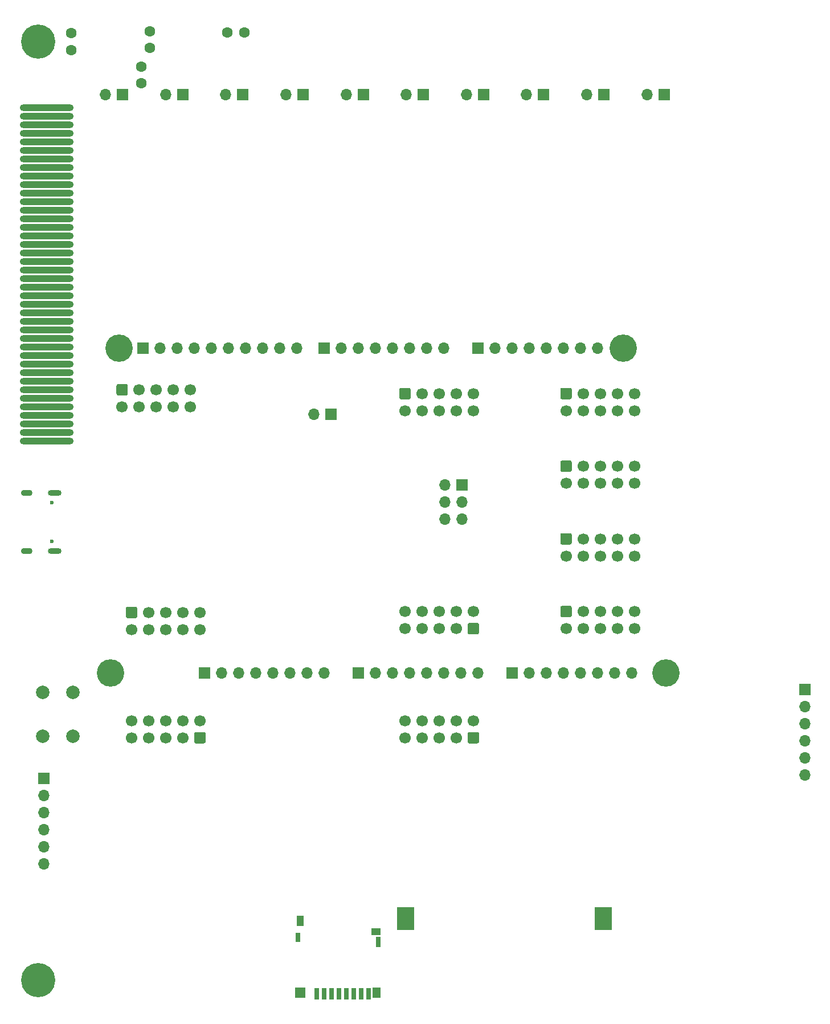
<source format=gbr>
%TF.GenerationSoftware,KiCad,Pcbnew,(5.1.9)-1*%
%TF.CreationDate,2021-07-02T17:33:52-07:00*%
%TF.ProjectId,MAD_P2,4d41445f-5032-42e6-9b69-6361645f7063,rev?*%
%TF.SameCoordinates,Original*%
%TF.FileFunction,Soldermask,Bot*%
%TF.FilePolarity,Negative*%
%FSLAX46Y46*%
G04 Gerber Fmt 4.6, Leading zero omitted, Abs format (unit mm)*
G04 Created by KiCad (PCBNEW (5.1.9)-1) date 2021-07-02 17:33:52*
%MOMM*%
%LPD*%
G01*
G04 APERTURE LIST*
%ADD10C,5.080000*%
%ADD11C,1.600000*%
%ADD12C,1.700000*%
%ADD13R,2.540000X3.510000*%
%ADD14O,8.000000X1.000000*%
%ADD15R,1.700000X1.700000*%
%ADD16O,1.700000X1.700000*%
%ADD17C,4.064000*%
%ADD18O,2.000000X0.900000*%
%ADD19O,1.700000X0.900000*%
%ADD20C,0.600000*%
%ADD21C,2.000000*%
%ADD22R,0.700000X1.750000*%
%ADD23R,1.300000X1.500000*%
%ADD24R,0.800000X1.500000*%
%ADD25R,1.450000X1.000000*%
%ADD26R,0.800000X1.400000*%
%ADD27R,1.500000X1.500000*%
%ADD28R,1.000000X1.550000*%
G04 APERTURE END LIST*
D10*
%TO.C,DISP_HOLE_3*%
X395605000Y-157915000D03*
%TD*%
%TO.C,DISP_HOLE_1*%
X395605000Y-18415000D03*
%TD*%
D11*
%TO.C,F5*%
X423776000Y-17081500D03*
X426276000Y-17081500D03*
%TD*%
D12*
%TO.C,J11*%
X460312000Y-73279000D03*
X457772000Y-73279000D03*
X455232000Y-73279000D03*
X452692000Y-73279000D03*
X450152000Y-73279000D03*
X460312000Y-70739000D03*
X457772000Y-70739000D03*
X455232000Y-70739000D03*
X452692000Y-70739000D03*
G36*
G01*
X449552000Y-69889000D02*
X450752000Y-69889000D01*
G75*
G02*
X451002000Y-70139000I0J-250000D01*
G01*
X451002000Y-71339000D01*
G75*
G02*
X450752000Y-71589000I-250000J0D01*
G01*
X449552000Y-71589000D01*
G75*
G02*
X449302000Y-71339000I0J250000D01*
G01*
X449302000Y-70139000D01*
G75*
G02*
X449552000Y-69889000I250000J0D01*
G01*
G37*
%TD*%
D13*
%TO.C,BT1*%
X479627000Y-148717000D03*
X450267000Y-148717000D03*
%TD*%
D14*
%TO.C,J6*%
X396900000Y-28295600D03*
X396900000Y-29565600D03*
X396900000Y-30835600D03*
X396900000Y-32105600D03*
X396900000Y-33375600D03*
X396900000Y-34645600D03*
X396900000Y-35915600D03*
X396900000Y-37185600D03*
X396900000Y-38455600D03*
X396900000Y-39725600D03*
X396900000Y-40995600D03*
X396900000Y-42265600D03*
X396900000Y-43535600D03*
X396900000Y-44805600D03*
X396900000Y-46075600D03*
X396900000Y-47345600D03*
X396900000Y-48615600D03*
X396900000Y-49885600D03*
X396900000Y-51155600D03*
X396900000Y-52425600D03*
X396900000Y-53695600D03*
X396900000Y-54965600D03*
X396900000Y-56235600D03*
X396900000Y-57505600D03*
X396900000Y-58775600D03*
X396900000Y-60045600D03*
X396900000Y-61315600D03*
X396900000Y-62585600D03*
X396900000Y-63855600D03*
X396900000Y-65125600D03*
X396900000Y-66395600D03*
X396900000Y-67665600D03*
X396900000Y-68935600D03*
X396900000Y-70205600D03*
X396900000Y-71475600D03*
X396900000Y-72745600D03*
X396900000Y-74015600D03*
X396900000Y-75285600D03*
X396900000Y-76555600D03*
X396900000Y-77825600D03*
%TD*%
D15*
%TO.C,J4*%
X408177800Y-26289000D03*
D16*
X405637800Y-26289000D03*
%TD*%
D15*
%TO.C,J27*%
X417118800Y-26289000D03*
D16*
X414578800Y-26289000D03*
%TD*%
D15*
%TO.C,J17*%
X426059800Y-26289000D03*
D16*
X423519800Y-26289000D03*
%TD*%
D15*
%TO.C,J1*%
X435000800Y-26289000D03*
D16*
X432460800Y-26289000D03*
%TD*%
D15*
%TO.C,J28*%
X443940800Y-26289000D03*
D16*
X441400800Y-26289000D03*
%TD*%
D15*
%TO.C,J2*%
X452881800Y-26289000D03*
D16*
X450341800Y-26289000D03*
%TD*%
D15*
%TO.C,J29*%
X461822800Y-26289000D03*
D16*
X459282800Y-26289000D03*
%TD*%
D15*
%TO.C,J3*%
X470763800Y-26289000D03*
D16*
X468223800Y-26289000D03*
%TD*%
D15*
%TO.C,J30*%
X479704800Y-26289000D03*
D16*
X477164800Y-26289000D03*
%TD*%
D15*
%TO.C,J12*%
X488644800Y-26289000D03*
D16*
X486104800Y-26289000D03*
%TD*%
D17*
%TO.C,P10*%
X488950000Y-112268000D03*
%TD*%
%TO.C,P8*%
X406400000Y-112268000D03*
%TD*%
%TO.C,P13*%
X482600000Y-64008000D03*
%TD*%
%TO.C,P11*%
X407670000Y-64008000D03*
%TD*%
%TO.C,J7*%
G36*
G01*
X408912000Y-102414000D02*
X410112000Y-102414000D01*
G75*
G02*
X410362000Y-102664000I0J-250000D01*
G01*
X410362000Y-103864000D01*
G75*
G02*
X410112000Y-104114000I-250000J0D01*
G01*
X408912000Y-104114000D01*
G75*
G02*
X408662000Y-103864000I0J250000D01*
G01*
X408662000Y-102664000D01*
G75*
G02*
X408912000Y-102414000I250000J0D01*
G01*
G37*
D12*
X412052000Y-103264000D03*
X414592000Y-103264000D03*
X417132000Y-103264000D03*
X419672000Y-103264000D03*
X409512000Y-105804000D03*
X412052000Y-105804000D03*
X414592000Y-105804000D03*
X417132000Y-105804000D03*
X419672000Y-105804000D03*
%TD*%
D18*
%TO.C,J8*%
X398119000Y-85514700D03*
X398119000Y-94154700D03*
D19*
X393949000Y-85514700D03*
X393949000Y-94154700D03*
D20*
X397639000Y-92724700D03*
X397639000Y-86944700D03*
%TD*%
%TO.C,J9*%
G36*
G01*
X460912000Y-106514000D02*
X459712000Y-106514000D01*
G75*
G02*
X459462000Y-106264000I0J250000D01*
G01*
X459462000Y-105064000D01*
G75*
G02*
X459712000Y-104814000I250000J0D01*
G01*
X460912000Y-104814000D01*
G75*
G02*
X461162000Y-105064000I0J-250000D01*
G01*
X461162000Y-106264000D01*
G75*
G02*
X460912000Y-106514000I-250000J0D01*
G01*
G37*
D12*
X457772000Y-105664000D03*
X455232000Y-105664000D03*
X452692000Y-105664000D03*
X450152000Y-105664000D03*
X460312000Y-103124000D03*
X457772000Y-103124000D03*
X455232000Y-103124000D03*
X452692000Y-103124000D03*
X450152000Y-103124000D03*
%TD*%
%TO.C,J10*%
X418274000Y-72707500D03*
X415734000Y-72707500D03*
X413194000Y-72707500D03*
X410654000Y-72707500D03*
X408114000Y-72707500D03*
X418274000Y-70167500D03*
X415734000Y-70167500D03*
X413194000Y-70167500D03*
X410654000Y-70167500D03*
G36*
G01*
X407514000Y-69317500D02*
X408714000Y-69317500D01*
G75*
G02*
X408964000Y-69567500I0J-250000D01*
G01*
X408964000Y-70767500D01*
G75*
G02*
X408714000Y-71017500I-250000J0D01*
G01*
X407514000Y-71017500D01*
G75*
G02*
X407264000Y-70767500I0J250000D01*
G01*
X407264000Y-69567500D01*
G75*
G02*
X407514000Y-69317500I250000J0D01*
G01*
G37*
%TD*%
%TO.C,J13*%
G36*
G01*
X473491000Y-80684000D02*
X474691000Y-80684000D01*
G75*
G02*
X474941000Y-80934000I0J-250000D01*
G01*
X474941000Y-82134000D01*
G75*
G02*
X474691000Y-82384000I-250000J0D01*
G01*
X473491000Y-82384000D01*
G75*
G02*
X473241000Y-82134000I0J250000D01*
G01*
X473241000Y-80934000D01*
G75*
G02*
X473491000Y-80684000I250000J0D01*
G01*
G37*
X476631000Y-81534000D03*
X479171000Y-81534000D03*
X481711000Y-81534000D03*
X484251000Y-81534000D03*
X474091000Y-84074000D03*
X476631000Y-84074000D03*
X479171000Y-84074000D03*
X481711000Y-84074000D03*
X484251000Y-84074000D03*
%TD*%
%TO.C,J14*%
G36*
G01*
X473491000Y-69889000D02*
X474691000Y-69889000D01*
G75*
G02*
X474941000Y-70139000I0J-250000D01*
G01*
X474941000Y-71339000D01*
G75*
G02*
X474691000Y-71589000I-250000J0D01*
G01*
X473491000Y-71589000D01*
G75*
G02*
X473241000Y-71339000I0J250000D01*
G01*
X473241000Y-70139000D01*
G75*
G02*
X473491000Y-69889000I250000J0D01*
G01*
G37*
X476631000Y-70739000D03*
X479171000Y-70739000D03*
X481711000Y-70739000D03*
X484251000Y-70739000D03*
X474091000Y-73279000D03*
X476631000Y-73279000D03*
X479171000Y-73279000D03*
X481711000Y-73279000D03*
X484251000Y-73279000D03*
%TD*%
%TO.C,J15*%
G36*
G01*
X420272000Y-122725000D02*
X419072000Y-122725000D01*
G75*
G02*
X418822000Y-122475000I0J250000D01*
G01*
X418822000Y-121275000D01*
G75*
G02*
X419072000Y-121025000I250000J0D01*
G01*
X420272000Y-121025000D01*
G75*
G02*
X420522000Y-121275000I0J-250000D01*
G01*
X420522000Y-122475000D01*
G75*
G02*
X420272000Y-122725000I-250000J0D01*
G01*
G37*
X417132000Y-121875000D03*
X414592000Y-121875000D03*
X412052000Y-121875000D03*
X409512000Y-121875000D03*
X419672000Y-119335000D03*
X417132000Y-119335000D03*
X414592000Y-119335000D03*
X412052000Y-119335000D03*
X409512000Y-119335000D03*
%TD*%
%TO.C,J16*%
G36*
G01*
X460912000Y-122725000D02*
X459712000Y-122725000D01*
G75*
G02*
X459462000Y-122475000I0J250000D01*
G01*
X459462000Y-121275000D01*
G75*
G02*
X459712000Y-121025000I250000J0D01*
G01*
X460912000Y-121025000D01*
G75*
G02*
X461162000Y-121275000I0J-250000D01*
G01*
X461162000Y-122475000D01*
G75*
G02*
X460912000Y-122725000I-250000J0D01*
G01*
G37*
X457772000Y-121875000D03*
X455232000Y-121875000D03*
X452692000Y-121875000D03*
X450152000Y-121875000D03*
X460312000Y-119335000D03*
X457772000Y-119335000D03*
X455232000Y-119335000D03*
X452692000Y-119335000D03*
X450152000Y-119335000D03*
%TD*%
%TO.C,J21*%
X484251000Y-105664000D03*
X481711000Y-105664000D03*
X479171000Y-105664000D03*
X476631000Y-105664000D03*
X474091000Y-105664000D03*
X484251000Y-103124000D03*
X481711000Y-103124000D03*
X479171000Y-103124000D03*
X476631000Y-103124000D03*
G36*
G01*
X473491000Y-102274000D02*
X474691000Y-102274000D01*
G75*
G02*
X474941000Y-102524000I0J-250000D01*
G01*
X474941000Y-103724000D01*
G75*
G02*
X474691000Y-103974000I-250000J0D01*
G01*
X473491000Y-103974000D01*
G75*
G02*
X473241000Y-103724000I0J250000D01*
G01*
X473241000Y-102524000D01*
G75*
G02*
X473491000Y-102274000I250000J0D01*
G01*
G37*
%TD*%
%TO.C,J22*%
X484251000Y-94869000D03*
X481711000Y-94869000D03*
X479171000Y-94869000D03*
X476631000Y-94869000D03*
X474091000Y-94869000D03*
X484251000Y-92329000D03*
X481711000Y-92329000D03*
X479171000Y-92329000D03*
X476631000Y-92329000D03*
G36*
G01*
X473491000Y-91479000D02*
X474691000Y-91479000D01*
G75*
G02*
X474941000Y-91729000I0J-250000D01*
G01*
X474941000Y-92929000D01*
G75*
G02*
X474691000Y-93179000I-250000J0D01*
G01*
X473491000Y-93179000D01*
G75*
G02*
X473241000Y-92929000I0J250000D01*
G01*
X473241000Y-91729000D01*
G75*
G02*
X473491000Y-91479000I250000J0D01*
G01*
G37*
%TD*%
D16*
%TO.C,JP10*%
X436626000Y-73787000D03*
D15*
X439166000Y-73787000D03*
%TD*%
D16*
%TO.C,J18*%
X461010000Y-112268000D03*
X458470000Y-112268000D03*
X455930000Y-112268000D03*
X453390000Y-112268000D03*
X450850000Y-112268000D03*
X448310000Y-112268000D03*
X445770000Y-112268000D03*
D15*
X443230000Y-112268000D03*
%TD*%
%TO.C,J19*%
X466090000Y-112268000D03*
D16*
X468630000Y-112268000D03*
X471170000Y-112268000D03*
X473710000Y-112268000D03*
X476250000Y-112268000D03*
X478790000Y-112268000D03*
X481330000Y-112268000D03*
X483870000Y-112268000D03*
%TD*%
D15*
%TO.C,J20*%
X420370000Y-112268000D03*
D16*
X422910000Y-112268000D03*
X425450000Y-112268000D03*
X427990000Y-112268000D03*
X430530000Y-112268000D03*
X433070000Y-112268000D03*
X435610000Y-112268000D03*
X438150000Y-112268000D03*
%TD*%
D15*
%TO.C,J23*%
X458597000Y-84328000D03*
D16*
X456057000Y-84328000D03*
X458597000Y-86868000D03*
X456057000Y-86868000D03*
X458597000Y-89408000D03*
X456057000Y-89408000D03*
%TD*%
D15*
%TO.C,J24*%
X411226000Y-64008000D03*
D16*
X413766000Y-64008000D03*
X416306000Y-64008000D03*
X418846000Y-64008000D03*
X421386000Y-64008000D03*
X423926000Y-64008000D03*
X426466000Y-64008000D03*
X429006000Y-64008000D03*
X431546000Y-64008000D03*
X434086000Y-64008000D03*
%TD*%
%TO.C,J25*%
X455930000Y-64008000D03*
X453390000Y-64008000D03*
X450850000Y-64008000D03*
X448310000Y-64008000D03*
X445770000Y-64008000D03*
X443230000Y-64008000D03*
X440690000Y-64008000D03*
D15*
X438150000Y-64008000D03*
%TD*%
%TO.C,J26*%
X461010000Y-64008000D03*
D16*
X463550000Y-64008000D03*
X466090000Y-64008000D03*
X468630000Y-64008000D03*
X471170000Y-64008000D03*
X473710000Y-64008000D03*
X476250000Y-64008000D03*
X478790000Y-64008000D03*
%TD*%
D15*
%TO.C,J33*%
X396494000Y-127889000D03*
D16*
X396494000Y-130429000D03*
X396494000Y-132969000D03*
X396494000Y-135509000D03*
X396494000Y-138049000D03*
X396494000Y-140589000D03*
%TD*%
D21*
%TO.C,SW1*%
X396312000Y-121666000D03*
X400812000Y-121666000D03*
X396312000Y-115166000D03*
X400812000Y-115166000D03*
%TD*%
D22*
%TO.C,J32*%
X444722000Y-159909000D03*
D23*
X445922000Y-159784000D03*
D24*
X446172000Y-152184000D03*
D25*
X445847000Y-150684000D03*
D26*
X434222000Y-151534000D03*
D22*
X443622000Y-159909000D03*
X442522000Y-159909000D03*
X441422000Y-159909000D03*
X440322000Y-159909000D03*
X439222000Y-159909000D03*
X438122000Y-159909000D03*
X437022000Y-159909000D03*
D27*
X434572000Y-159784000D03*
D28*
X434622000Y-149109000D03*
%TD*%
D15*
%TO.C,J34*%
X509588000Y-114744000D03*
D16*
X509588000Y-117284000D03*
X509588000Y-119824000D03*
X509588000Y-122364000D03*
X509588000Y-124904000D03*
X509588000Y-127444000D03*
%TD*%
D11*
%TO.C,F1*%
X400558000Y-17208500D03*
X400558000Y-19708500D03*
%TD*%
%TO.C,F2*%
X410972000Y-24638000D03*
X410972000Y-22138000D03*
%TD*%
%TO.C,F3*%
X412242000Y-19391000D03*
X412242000Y-16891000D03*
%TD*%
M02*

</source>
